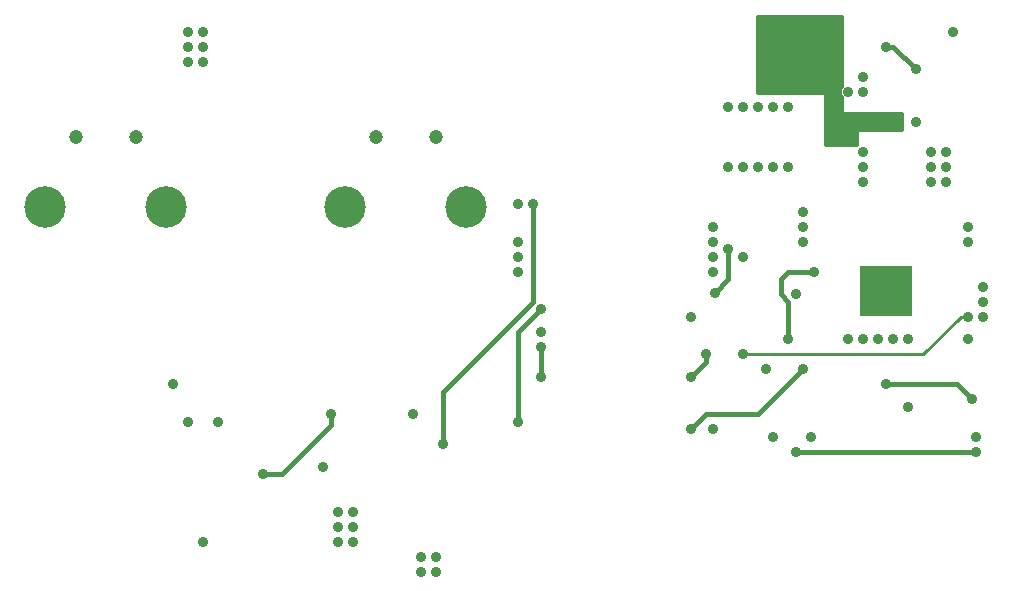
<source format=gbl>
G75*
%MOIN*%
%OFA0B0*%
%FSLAX25Y25*%
%IPPOS*%
%LPD*%
%AMOC8*
5,1,8,0,0,1.08239X$1,22.5*
%
%ADD10R,0.17600X0.16800*%
%ADD11C,0.03500*%
%ADD12C,0.13843*%
%ADD13C,0.04724*%
%ADD14C,0.03543*%
%ADD15C,0.01600*%
%ADD16C,0.01000*%
D10*
X0334500Y0135700D03*
D11*
X0334500Y0137000D03*
X0329500Y0137000D03*
X0329500Y0132000D03*
X0334500Y0132000D03*
X0339500Y0132000D03*
X0339500Y0137000D03*
X0339500Y0142000D03*
X0334500Y0142000D03*
X0329500Y0142000D03*
D12*
X0194750Y0163400D03*
X0154250Y0163400D03*
X0094750Y0163400D03*
X0054250Y0163400D03*
D13*
X0064500Y0187000D03*
X0084500Y0187000D03*
X0164500Y0187000D03*
X0184500Y0187000D03*
D14*
X0107000Y0052000D03*
X0127000Y0074500D03*
X0147000Y0077000D03*
X0152000Y0062000D03*
X0157000Y0062000D03*
X0157000Y0057000D03*
X0152000Y0057000D03*
X0152000Y0052000D03*
X0157000Y0052000D03*
X0179500Y0047000D03*
X0184500Y0047000D03*
X0184500Y0042000D03*
X0179500Y0042000D03*
X0187000Y0084500D03*
X0177000Y0094500D03*
X0149500Y0094500D03*
X0112000Y0092000D03*
X0102000Y0092000D03*
X0097000Y0104500D03*
X0212000Y0092000D03*
X0219500Y0107000D03*
X0219500Y0117000D03*
X0219500Y0122000D03*
X0219500Y0129500D03*
X0212000Y0142000D03*
X0212000Y0147000D03*
X0212000Y0152000D03*
X0212000Y0164500D03*
X0217000Y0164500D03*
X0277000Y0157000D03*
X0277000Y0152000D03*
X0282000Y0149500D03*
X0277000Y0147000D03*
X0277000Y0142000D03*
X0287000Y0147000D03*
X0277500Y0135000D03*
X0269500Y0127000D03*
X0274500Y0114500D03*
X0269500Y0107000D03*
X0287000Y0114500D03*
X0294500Y0109500D03*
X0307000Y0109500D03*
X0302000Y0119500D03*
X0322000Y0119500D03*
X0327000Y0119500D03*
X0332000Y0119500D03*
X0337000Y0119500D03*
X0342000Y0119500D03*
X0362000Y0119500D03*
X0362000Y0127000D03*
X0367000Y0127000D03*
X0367000Y0132000D03*
X0367000Y0137000D03*
X0362000Y0152000D03*
X0362000Y0157000D03*
X0354500Y0172000D03*
X0349500Y0172000D03*
X0349500Y0177000D03*
X0354500Y0177000D03*
X0354500Y0182000D03*
X0349500Y0182000D03*
X0344500Y0192000D03*
X0334500Y0192000D03*
X0329500Y0192000D03*
X0324500Y0192000D03*
X0319500Y0192000D03*
X0319500Y0187000D03*
X0327000Y0182000D03*
X0327000Y0177000D03*
X0327000Y0172000D03*
X0307000Y0162000D03*
X0307000Y0157000D03*
X0307000Y0152000D03*
X0310500Y0142000D03*
X0304500Y0134500D03*
X0334500Y0104500D03*
X0342000Y0097000D03*
X0363437Y0099500D03*
X0364500Y0087000D03*
X0364500Y0082000D03*
X0309500Y0087000D03*
X0304500Y0082000D03*
X0297000Y0087000D03*
X0277000Y0089500D03*
X0269500Y0089500D03*
X0282000Y0177000D03*
X0287000Y0177000D03*
X0292000Y0177000D03*
X0297000Y0177000D03*
X0302000Y0177000D03*
X0302000Y0197000D03*
X0297000Y0197000D03*
X0292000Y0197000D03*
X0287000Y0197000D03*
X0282000Y0197000D03*
X0309500Y0204500D03*
X0314500Y0204500D03*
X0322000Y0202000D03*
X0327000Y0202000D03*
X0327000Y0207000D03*
X0334500Y0217000D03*
X0344500Y0209500D03*
X0357000Y0222000D03*
X0314500Y0224500D03*
X0309500Y0224500D03*
X0107000Y0222000D03*
X0107000Y0217000D03*
X0107000Y0212000D03*
X0102000Y0212000D03*
X0102000Y0217000D03*
X0102000Y0222000D03*
D15*
X0217000Y0164500D02*
X0217000Y0132000D01*
X0187000Y0102000D01*
X0187000Y0084500D01*
X0212000Y0092000D02*
X0212000Y0122000D01*
X0219500Y0129500D01*
X0219500Y0117000D02*
X0219500Y0107000D01*
X0269500Y0107000D02*
X0274500Y0112000D01*
X0274500Y0114500D01*
X0302000Y0119500D02*
X0302000Y0132000D01*
X0299500Y0134500D01*
X0299500Y0139500D01*
X0302000Y0142000D01*
X0310500Y0142000D01*
X0282000Y0139500D02*
X0282000Y0149500D01*
X0282000Y0139500D02*
X0277500Y0135000D01*
X0307000Y0109500D02*
X0292000Y0094500D01*
X0274500Y0094500D01*
X0269500Y0089500D01*
X0304500Y0082000D02*
X0364500Y0082000D01*
X0363437Y0099500D02*
X0358437Y0104500D01*
X0334500Y0104500D01*
X0324500Y0184500D02*
X0314500Y0184500D01*
X0314500Y0202000D01*
X0292000Y0202000D01*
X0292000Y0227000D01*
X0319500Y0227000D01*
X0319500Y0203985D01*
X0319311Y0203797D01*
X0318828Y0202631D01*
X0318828Y0201369D01*
X0319311Y0200203D01*
X0319500Y0200015D01*
X0319500Y0194500D01*
X0339500Y0194500D01*
X0339500Y0189500D01*
X0324500Y0189500D01*
X0324500Y0184500D01*
X0324500Y0185662D02*
X0314500Y0185662D01*
X0314500Y0187260D02*
X0324500Y0187260D01*
X0324500Y0188859D02*
X0314500Y0188859D01*
X0314500Y0190457D02*
X0339500Y0190457D01*
X0339500Y0192056D02*
X0314500Y0192056D01*
X0314500Y0193654D02*
X0339500Y0193654D01*
X0319500Y0195253D02*
X0314500Y0195253D01*
X0314500Y0196851D02*
X0319500Y0196851D01*
X0319500Y0198450D02*
X0314500Y0198450D01*
X0314500Y0200048D02*
X0319466Y0200048D01*
X0318828Y0201647D02*
X0314500Y0201647D01*
X0319083Y0203245D02*
X0292000Y0203245D01*
X0292000Y0204844D02*
X0319500Y0204844D01*
X0319500Y0206442D02*
X0292000Y0206442D01*
X0292000Y0208041D02*
X0319500Y0208041D01*
X0319500Y0209639D02*
X0292000Y0209639D01*
X0292000Y0211238D02*
X0319500Y0211238D01*
X0319500Y0212836D02*
X0292000Y0212836D01*
X0292000Y0214435D02*
X0319500Y0214435D01*
X0319500Y0216033D02*
X0292000Y0216033D01*
X0292000Y0217632D02*
X0319500Y0217632D01*
X0319500Y0219230D02*
X0292000Y0219230D01*
X0292000Y0220829D02*
X0319500Y0220829D01*
X0319500Y0222427D02*
X0292000Y0222427D01*
X0292000Y0224026D02*
X0319500Y0224026D01*
X0319500Y0225624D02*
X0292000Y0225624D01*
X0334500Y0217000D02*
X0337000Y0217000D01*
X0344500Y0209500D01*
X0149500Y0094500D02*
X0149500Y0090740D01*
X0133260Y0074500D01*
X0127000Y0074500D01*
D16*
X0287000Y0114500D02*
X0347000Y0114500D01*
X0359500Y0127000D01*
X0362000Y0127000D01*
M02*

</source>
